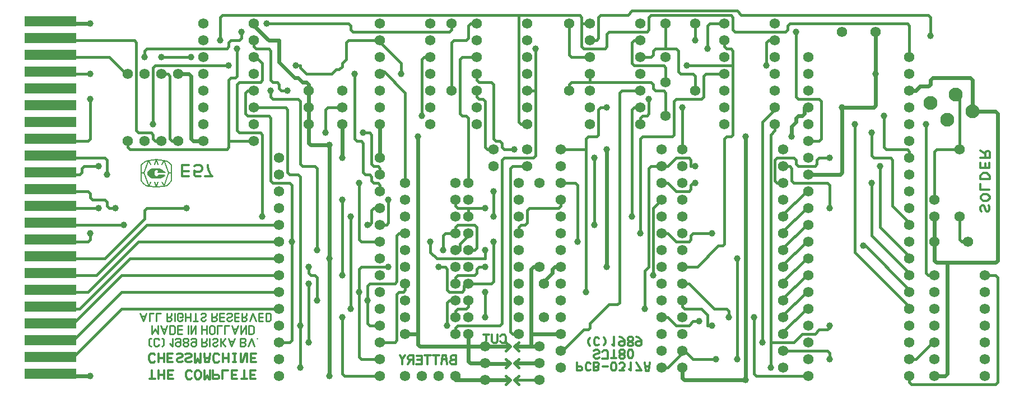
<source format=gbr>
%FSLAX34Y34*%
%MOMM*%
%LNCOPPER_BOTTOM*%
G71*
G01*
%ADD10C,1.560*%
%ADD11C,2.100*%
%ADD12C,1.000*%
%ADD13C,0.630*%
%ADD14C,0.400*%
%ADD15R,7.800X1.600*%
%ADD16C,0.300*%
%ADD17C,0.350*%
%ADD18C,0.100*%
%ADD19C,0.150*%
%ADD20C,0.222*%
%LPD*%
X279400Y939800D02*
G54D10*
D03*
X279400Y965200D02*
G54D10*
D03*
X279400Y914400D02*
G54D10*
D03*
X279400Y889000D02*
G54D10*
D03*
X279400Y863600D02*
G54D10*
D03*
X279400Y838200D02*
G54D10*
D03*
X279400Y812800D02*
G54D10*
D03*
X279400Y787400D02*
G54D10*
D03*
X355600Y939800D02*
G54D10*
D03*
X355600Y965200D02*
G54D10*
D03*
X355600Y914400D02*
G54D10*
D03*
X355600Y889000D02*
G54D10*
D03*
X355600Y863600D02*
G54D10*
D03*
X355600Y838200D02*
G54D10*
D03*
X355600Y812800D02*
G54D10*
D03*
X355600Y787400D02*
G54D10*
D03*
X546100Y939800D02*
G54D10*
D03*
X546100Y965200D02*
G54D10*
D03*
X546100Y914400D02*
G54D10*
D03*
X546100Y889000D02*
G54D10*
D03*
X546100Y863600D02*
G54D10*
D03*
X546100Y838200D02*
G54D10*
D03*
X546100Y812800D02*
G54D10*
D03*
X622300Y939800D02*
G54D10*
D03*
X622300Y965200D02*
G54D10*
D03*
X622300Y914400D02*
G54D10*
D03*
X622300Y889000D02*
G54D10*
D03*
X622300Y863600D02*
G54D10*
D03*
X622300Y838200D02*
G54D10*
D03*
X622300Y812800D02*
G54D10*
D03*
X863600Y939800D02*
G54D10*
D03*
X863600Y965200D02*
G54D10*
D03*
X863600Y914400D02*
G54D10*
D03*
X863600Y889000D02*
G54D10*
D03*
X863600Y863600D02*
G54D10*
D03*
X863600Y838200D02*
G54D10*
D03*
X863600Y812800D02*
G54D10*
D03*
X939800Y939800D02*
G54D10*
D03*
X939800Y965200D02*
G54D10*
D03*
X939800Y914400D02*
G54D10*
D03*
X939800Y889000D02*
G54D10*
D03*
X939800Y863600D02*
G54D10*
D03*
X939800Y838200D02*
G54D10*
D03*
X939800Y812800D02*
G54D10*
D03*
X692150Y939800D02*
G54D10*
D03*
X692150Y965200D02*
G54D10*
D03*
X692150Y914400D02*
G54D10*
D03*
X692150Y889000D02*
G54D10*
D03*
X692150Y863600D02*
G54D10*
D03*
X692150Y838200D02*
G54D10*
D03*
X692150Y812800D02*
G54D10*
D03*
X768350Y939800D02*
G54D10*
D03*
X768350Y965200D02*
G54D10*
D03*
X768350Y914400D02*
G54D10*
D03*
X768350Y889000D02*
G54D10*
D03*
X768350Y863600D02*
G54D10*
D03*
X768350Y838200D02*
G54D10*
D03*
X768350Y812800D02*
G54D10*
D03*
X393700Y762000D02*
G54D10*
D03*
X393700Y736600D02*
G54D10*
D03*
X393700Y711200D02*
G54D10*
D03*
X393700Y685800D02*
G54D10*
D03*
X393700Y660400D02*
G54D10*
D03*
X393700Y635000D02*
G54D10*
D03*
X393700Y609600D02*
G54D10*
D03*
X393700Y584200D02*
G54D10*
D03*
X393700Y558800D02*
G54D10*
D03*
X393700Y533400D02*
G54D10*
D03*
X393700Y508000D02*
G54D10*
D03*
X393700Y482600D02*
G54D10*
D03*
X393700Y457200D02*
G54D10*
D03*
X393700Y431800D02*
G54D10*
D03*
X546100Y762000D02*
G54D10*
D03*
X546100Y736600D02*
G54D10*
D03*
X546100Y711200D02*
G54D10*
D03*
X546100Y685800D02*
G54D10*
D03*
X546100Y660400D02*
G54D10*
D03*
X546100Y635000D02*
G54D10*
D03*
X546100Y609600D02*
G54D10*
D03*
X546100Y584200D02*
G54D10*
D03*
X546100Y558800D02*
G54D10*
D03*
X546100Y533400D02*
G54D10*
D03*
X546100Y508000D02*
G54D10*
D03*
X546100Y482600D02*
G54D10*
D03*
X546100Y457200D02*
G54D10*
D03*
X546100Y431800D02*
G54D10*
D03*
X584200Y723900D02*
G54D10*
D03*
X584200Y698500D02*
G54D10*
D03*
X584200Y673100D02*
G54D10*
D03*
X584200Y647700D02*
G54D10*
D03*
X584200Y622300D02*
G54D10*
D03*
X584200Y596900D02*
G54D10*
D03*
X584200Y571500D02*
G54D10*
D03*
X584200Y546100D02*
G54D10*
D03*
X584200Y520700D02*
G54D10*
D03*
X584200Y495300D02*
G54D10*
D03*
X660400Y723900D02*
G54D10*
D03*
X660400Y698500D02*
G54D10*
D03*
X660400Y673100D02*
G54D10*
D03*
X660400Y647700D02*
G54D10*
D03*
X660400Y622300D02*
G54D10*
D03*
X660400Y596900D02*
G54D10*
D03*
X660400Y571500D02*
G54D10*
D03*
X660400Y546100D02*
G54D10*
D03*
X660400Y520700D02*
G54D10*
D03*
X660400Y495300D02*
G54D10*
D03*
X679450Y723900D02*
G54D10*
D03*
X679450Y698500D02*
G54D10*
D03*
X679450Y673100D02*
G54D10*
D03*
X679450Y647700D02*
G54D10*
D03*
X679450Y622300D02*
G54D10*
D03*
X679450Y596900D02*
G54D10*
D03*
X679450Y571500D02*
G54D10*
D03*
X679450Y546100D02*
G54D10*
D03*
X679450Y520700D02*
G54D10*
D03*
X679450Y495300D02*
G54D10*
D03*
X755650Y723900D02*
G54D10*
D03*
X755650Y698500D02*
G54D10*
D03*
X755650Y673100D02*
G54D10*
D03*
X755650Y647700D02*
G54D10*
D03*
X755650Y622300D02*
G54D10*
D03*
X755650Y596900D02*
G54D10*
D03*
X755650Y571500D02*
G54D10*
D03*
X755650Y546100D02*
G54D10*
D03*
X755650Y520700D02*
G54D10*
D03*
X755650Y495300D02*
G54D10*
D03*
X819150Y774700D02*
G54D10*
D03*
X819150Y749300D02*
G54D10*
D03*
X819150Y723900D02*
G54D10*
D03*
X819150Y698500D02*
G54D10*
D03*
X819150Y673100D02*
G54D10*
D03*
X819150Y647700D02*
G54D10*
D03*
X819150Y622300D02*
G54D10*
D03*
X819150Y596900D02*
G54D10*
D03*
X819150Y571500D02*
G54D10*
D03*
X819150Y546100D02*
G54D10*
D03*
X819150Y520700D02*
G54D10*
D03*
X819150Y495300D02*
G54D10*
D03*
X819150Y469900D02*
G54D10*
D03*
X819150Y444500D02*
G54D10*
D03*
X971550Y774700D02*
G54D10*
D03*
X971550Y749300D02*
G54D10*
D03*
X971550Y723900D02*
G54D10*
D03*
X971550Y698500D02*
G54D10*
D03*
X971550Y673100D02*
G54D10*
D03*
X971550Y647700D02*
G54D10*
D03*
X971550Y622300D02*
G54D10*
D03*
X971550Y596900D02*
G54D10*
D03*
X971550Y571500D02*
G54D10*
D03*
X971550Y546100D02*
G54D10*
D03*
X971550Y520700D02*
G54D10*
D03*
X971550Y495300D02*
G54D10*
D03*
X971550Y469900D02*
G54D10*
D03*
X971550Y444500D02*
G54D10*
D03*
X1003300Y774700D02*
G54D10*
D03*
X1003300Y749300D02*
G54D10*
D03*
X1003300Y723900D02*
G54D10*
D03*
X1003300Y698500D02*
G54D10*
D03*
X1003300Y673100D02*
G54D10*
D03*
X1003300Y647700D02*
G54D10*
D03*
X1003300Y622300D02*
G54D10*
D03*
X1003300Y596900D02*
G54D10*
D03*
X1003300Y571500D02*
G54D10*
D03*
X1003300Y546100D02*
G54D10*
D03*
X1003300Y520700D02*
G54D10*
D03*
X1003300Y495300D02*
G54D10*
D03*
X1003300Y469900D02*
G54D10*
D03*
X1003300Y444500D02*
G54D10*
D03*
X1155700Y774700D02*
G54D10*
D03*
X1155700Y749300D02*
G54D10*
D03*
X1155700Y723900D02*
G54D10*
D03*
X1155700Y698500D02*
G54D10*
D03*
X1155700Y673100D02*
G54D10*
D03*
X1155700Y647700D02*
G54D10*
D03*
X1155700Y622300D02*
G54D10*
D03*
X1155700Y596900D02*
G54D10*
D03*
X1155700Y571500D02*
G54D10*
D03*
X1155700Y546100D02*
G54D10*
D03*
X1155700Y520700D02*
G54D10*
D03*
X1155700Y495300D02*
G54D10*
D03*
X1155700Y469900D02*
G54D10*
D03*
X1155700Y444500D02*
G54D10*
D03*
X1066800Y939800D02*
G54D10*
D03*
X1066800Y965200D02*
G54D10*
D03*
X1066800Y914400D02*
G54D10*
D03*
X1066800Y889000D02*
G54D10*
D03*
X1066800Y863600D02*
G54D10*
D03*
X1066800Y838200D02*
G54D10*
D03*
X1066800Y812800D02*
G54D10*
D03*
X1143000Y939800D02*
G54D10*
D03*
X1143000Y965200D02*
G54D10*
D03*
X1143000Y914400D02*
G54D10*
D03*
X1143000Y889000D02*
G54D10*
D03*
X1143000Y863600D02*
G54D10*
D03*
X1143000Y838200D02*
G54D10*
D03*
X1143000Y812800D02*
G54D10*
D03*
X1193800Y914400D02*
G54D10*
D03*
X1193800Y889000D02*
G54D10*
D03*
X1193800Y863600D02*
G54D10*
D03*
X1193800Y838200D02*
G54D10*
D03*
X1193800Y812800D02*
G54D10*
D03*
X1193800Y787400D02*
G54D10*
D03*
X1193800Y762000D02*
G54D10*
D03*
X1193800Y736600D02*
G54D10*
D03*
X1193800Y711200D02*
G54D10*
D03*
X1193800Y685800D02*
G54D10*
D03*
X1193800Y660400D02*
G54D10*
D03*
X1193800Y635000D02*
G54D10*
D03*
X1193800Y609600D02*
G54D10*
D03*
X1193800Y584200D02*
G54D10*
D03*
X1346200Y914400D02*
G54D10*
D03*
X1346200Y889000D02*
G54D10*
D03*
X1346200Y863600D02*
G54D10*
D03*
X1346200Y838200D02*
G54D10*
D03*
X1346200Y812800D02*
G54D10*
D03*
X1346200Y787400D02*
G54D10*
D03*
X1346200Y762000D02*
G54D10*
D03*
X1346200Y736600D02*
G54D10*
D03*
X1346200Y711200D02*
G54D10*
D03*
X1346200Y685800D02*
G54D10*
D03*
X1346200Y660400D02*
G54D10*
D03*
X1346200Y635000D02*
G54D10*
D03*
X1346200Y609600D02*
G54D10*
D03*
X1346200Y584200D02*
G54D10*
D03*
X1193800Y558800D02*
G54D10*
D03*
X1193800Y533400D02*
G54D10*
D03*
X1193800Y508000D02*
G54D10*
D03*
X1193800Y482600D02*
G54D10*
D03*
X1193800Y457200D02*
G54D10*
D03*
X1193800Y431800D02*
G54D10*
D03*
X1346200Y558800D02*
G54D10*
D03*
X1346200Y533400D02*
G54D10*
D03*
X1346200Y508000D02*
G54D10*
D03*
X1346200Y482600D02*
G54D10*
D03*
X1346200Y457200D02*
G54D10*
D03*
X1346200Y431800D02*
G54D10*
D03*
X1384300Y584200D02*
G54D10*
D03*
X1384300Y558800D02*
G54D10*
D03*
X1384300Y533400D02*
G54D10*
D03*
X1384300Y508000D02*
G54D10*
D03*
X1384300Y482600D02*
G54D10*
D03*
X1384300Y457200D02*
G54D10*
D03*
X1384300Y431800D02*
G54D10*
D03*
X1460500Y584200D02*
G54D10*
D03*
X1460500Y558800D02*
G54D10*
D03*
X1460500Y533400D02*
G54D10*
D03*
X1460500Y508000D02*
G54D10*
D03*
X1460500Y482600D02*
G54D10*
D03*
X1460500Y457200D02*
G54D10*
D03*
X1460500Y431800D02*
G54D10*
D03*
X165100Y889000D02*
G54D10*
D03*
X190500Y889000D02*
G54D10*
D03*
X215900Y889000D02*
G54D10*
D03*
X241300Y889000D02*
G54D10*
D03*
X165100Y787400D02*
G54D10*
D03*
X190500Y787400D02*
G54D10*
D03*
X215900Y787400D02*
G54D10*
D03*
X241300Y787400D02*
G54D10*
D03*
X438150Y863600D02*
G54D10*
D03*
X438150Y838200D02*
G54D10*
D03*
X438150Y812800D02*
G54D10*
D03*
X488950Y812800D02*
G54D10*
D03*
X488950Y838200D02*
G54D10*
D03*
X488950Y863600D02*
G54D10*
D03*
X654050Y965200D02*
G54D10*
D03*
X654050Y863600D02*
G54D10*
D03*
X831850Y965200D02*
G54D10*
D03*
X831850Y863600D02*
G54D10*
D03*
X977900Y965200D02*
G54D10*
D03*
X1022350Y965200D02*
G54D10*
D03*
X977900Y914400D02*
G54D10*
D03*
X977900Y876300D02*
G54D10*
D03*
X1022350Y863600D02*
G54D10*
D03*
X977900Y825500D02*
G54D10*
D03*
X717550Y774700D02*
G54D10*
D03*
X717550Y749300D02*
G54D10*
D03*
X768350Y774700D02*
G54D10*
D03*
X768350Y749300D02*
G54D10*
D03*
X787400Y723900D02*
G54D10*
D03*
X787400Y596900D02*
G54D10*
D03*
X793750Y571500D02*
G54D10*
D03*
X1244600Y952500D02*
G54D10*
D03*
X1295400Y952500D02*
G54D10*
D03*
X1422400Y774700D02*
G54D10*
D03*
X1384300Y698500D02*
G54D10*
D03*
X1384300Y673100D02*
G54D10*
D03*
X1422400Y673100D02*
G54D10*
D03*
X1435100Y635000D02*
G54D10*
D03*
X1384300Y635000D02*
G54D10*
D03*
X793750Y520700D02*
G54D10*
D03*
X787400Y476250D02*
G54D10*
D03*
X787400Y450850D02*
G54D10*
D03*
X787400Y425450D02*
G54D10*
D03*
X704850Y425450D02*
G54D10*
D03*
X704850Y450850D02*
G54D10*
D03*
X704850Y476250D02*
G54D10*
D03*
X660400Y431800D02*
G54D10*
D03*
X635000Y431800D02*
G54D10*
D03*
X609600Y431800D02*
G54D10*
D03*
X584200Y431800D02*
G54D10*
D03*
X1416050Y857250D02*
G54D11*
D03*
X1377950Y844550D02*
G54D11*
D03*
X1441450Y831850D02*
G54D11*
D03*
X1403350Y819150D02*
G54D11*
D03*
X190500Y914400D02*
G54D12*
D03*
X215900Y914400D02*
G54D12*
D03*
X260350Y914400D02*
G54D12*
D03*
X107950Y889000D02*
G54D12*
D03*
X107950Y965200D02*
G54D12*
D03*
X304800Y939800D02*
G54D12*
D03*
X317500Y901700D02*
G54D12*
D03*
X107950Y850900D02*
G54D12*
D03*
X203200Y812800D02*
G54D12*
D03*
X120650Y749300D02*
G54D12*
D03*
X133350Y736600D02*
G54D12*
D03*
X120650Y685800D02*
G54D12*
D03*
X146050Y685800D02*
G54D12*
D03*
X254000Y685800D02*
G54D12*
D03*
X107950Y647700D02*
G54D12*
D03*
X158750Y660400D02*
G54D12*
D03*
X368300Y673100D02*
G54D12*
D03*
X488950Y698500D02*
G54D12*
D03*
X514350Y723900D02*
G54D12*
D03*
X488950Y762000D02*
G54D12*
D03*
X469900Y781050D02*
G54D12*
D03*
X463550Y800100D02*
G54D12*
D03*
X520700Y800100D02*
G54D12*
D03*
X558800Y698500D02*
G54D12*
D03*
X527050Y660400D02*
G54D12*
D03*
X501650Y673100D02*
G54D12*
D03*
X469900Y609600D02*
G54D12*
D03*
X450850Y622300D02*
G54D12*
D03*
X412750Y635000D02*
G54D12*
D03*
X438150Y596900D02*
G54D12*
D03*
X438150Y571500D02*
G54D12*
D03*
X488950Y584200D02*
G54D12*
D03*
X514350Y558800D02*
G54D12*
D03*
X527050Y546100D02*
G54D12*
D03*
X450850Y546100D02*
G54D12*
D03*
X501650Y533400D02*
G54D12*
D03*
X488950Y520700D02*
G54D12*
D03*
X425450Y508000D02*
G54D12*
D03*
X438150Y482600D02*
G54D12*
D03*
X425450Y444500D02*
G54D12*
D03*
X469900Y431800D02*
G54D12*
D03*
X647700Y508000D02*
G54D12*
D03*
X558800Y596900D02*
G54D12*
D03*
X635000Y596900D02*
G54D12*
D03*
X641350Y622300D02*
G54D12*
D03*
X622300Y635000D02*
G54D12*
D03*
X704850Y520700D02*
G54D12*
D03*
X704850Y558800D02*
G54D12*
D03*
X704850Y596900D02*
G54D12*
D03*
X704850Y622300D02*
G54D12*
D03*
X717550Y635000D02*
G54D12*
D03*
X717550Y673100D02*
G54D12*
D03*
X704850Y685800D02*
G54D12*
D03*
X717550Y711200D02*
G54D12*
D03*
X749300Y774700D02*
G54D12*
D03*
X869950Y762000D02*
G54D12*
D03*
X889000Y774700D02*
G54D12*
D03*
X939800Y647700D02*
G54D12*
D03*
X927100Y673100D02*
G54D12*
D03*
X869950Y660400D02*
G54D12*
D03*
X844550Y635000D02*
G54D12*
D03*
X889000Y596900D02*
G54D12*
D03*
X857250Y558800D02*
G54D12*
D03*
X603250Y793750D02*
G54D12*
D03*
X609600Y825500D02*
G54D12*
D03*
X107950Y431800D02*
G54D12*
D03*
X330200Y927100D02*
G54D12*
D03*
X336550Y952500D02*
G54D12*
D03*
X374650Y965200D02*
G54D12*
D03*
X381000Y863600D02*
G54D12*
D03*
X406400Y863600D02*
G54D12*
D03*
X419100Y901700D02*
G54D12*
D03*
X508000Y889000D02*
G54D12*
D03*
X577850Y889000D02*
G54D12*
D03*
X781050Y927100D02*
G54D12*
D03*
X889000Y838200D02*
G54D12*
D03*
X1022350Y939800D02*
G54D12*
D03*
X1041400Y927100D02*
G54D12*
D03*
X1009650Y901700D02*
G54D12*
D03*
X952500Y850900D02*
G54D12*
D03*
X1003300Y838200D02*
G54D12*
D03*
X1098550Y793750D02*
G54D12*
D03*
X1130300Y901700D02*
G54D12*
D03*
X1174750Y952500D02*
G54D12*
D03*
X1377950Y946150D02*
G54D12*
D03*
X1295400Y889000D02*
G54D12*
D03*
X1244600Y838200D02*
G54D12*
D03*
X1263650Y812800D02*
G54D12*
D03*
X1308100Y825500D02*
G54D12*
D03*
X1289050Y800100D02*
G54D12*
D03*
X1168400Y793750D02*
G54D12*
D03*
X1371600Y812800D02*
G54D12*
D03*
X1301750Y749300D02*
G54D12*
D03*
X1289050Y723900D02*
G54D12*
D03*
X1225550Y762000D02*
G54D12*
D03*
X1225550Y685800D02*
G54D12*
D03*
X1276350Y628650D02*
G54D12*
D03*
X1047750Y647700D02*
G54D12*
D03*
X1085850Y609600D02*
G54D12*
D03*
X1022350Y723900D02*
G54D12*
D03*
X1022350Y749300D02*
G54D12*
D03*
X958850Y584200D02*
G54D12*
D03*
X946150Y533400D02*
G54D12*
D03*
X1028700Y514350D02*
G54D12*
D03*
X1047750Y508000D02*
G54D12*
D03*
X1073150Y520700D02*
G54D12*
D03*
X1111250Y520700D02*
G54D12*
D03*
X1225550Y508000D02*
G54D12*
D03*
X1054100Y457200D02*
G54D12*
D03*
X1085850Y457200D02*
G54D12*
D03*
X1098550Y425450D02*
G54D12*
D03*
X1136650Y444500D02*
G54D12*
D03*
X1123950Y482600D02*
G54D12*
D03*
X1225550Y457200D02*
G54D12*
D03*
G54D13*
X107950Y431800D02*
X69850Y431800D01*
G54D13*
X739775Y476250D02*
X679450Y476250D01*
X679450Y495300D01*
G54D13*
X679450Y495300D02*
X679450Y454025D01*
X682625Y450850D01*
X739636Y450551D01*
G54D13*
X738776Y425407D02*
X660400Y425450D01*
X660400Y431800D01*
G54D13*
X787400Y450850D02*
X752469Y450850D01*
G54D13*
X787400Y476250D02*
X753907Y476250D01*
G54D13*
X774700Y476250D02*
X774700Y495300D01*
X819150Y495300D01*
G54D13*
X774700Y495300D02*
X774700Y593725D01*
X777875Y596900D01*
X787400Y596900D01*
G54D13*
X793750Y571500D02*
X793750Y574675D01*
X806450Y587375D01*
X806450Y593725D01*
X809625Y596900D01*
X819150Y596900D01*
G54D13*
X889000Y596900D02*
X889000Y774700D01*
G54D13*
X1098550Y793750D02*
X1098550Y425450D01*
X1006475Y425450D01*
X1003300Y428625D01*
X1003300Y444500D01*
G54D13*
X1346200Y863600D02*
X1355725Y863600D01*
X1362075Y869950D01*
X1374775Y869950D01*
X1377950Y873125D01*
X1377950Y879475D01*
X1381125Y882650D01*
X1438275Y882650D01*
X1441450Y879475D01*
X1441450Y831850D01*
X1476375Y831850D01*
X1479550Y828675D01*
X1479550Y606425D01*
X1476375Y603250D01*
X1387475Y603250D01*
X1384300Y606425D01*
X1384300Y673100D01*
G54D13*
X1403350Y603250D02*
X1403350Y434975D01*
X1400175Y431800D01*
X1384300Y431800D01*
G54D13*
X1168400Y793750D02*
X1168400Y809625D01*
X1174750Y815975D01*
X1174750Y822325D01*
X1177925Y825500D01*
X1184275Y825500D01*
X1187450Y828675D01*
X1187450Y838200D01*
X1193800Y838200D01*
G54D13*
X1295400Y952500D02*
X1295400Y841375D01*
X1292225Y838200D01*
X1244600Y838200D01*
X1244600Y739775D01*
X1241425Y736600D01*
X1193800Y736600D01*
G54D13*
X279400Y787400D02*
X263525Y787400D01*
X260350Y790575D01*
X260350Y885825D01*
X257175Y889000D01*
X241300Y889000D01*
G54D13*
X355600Y965200D02*
X355600Y962025D01*
X377825Y939800D01*
X393700Y939800D01*
X393700Y906462D01*
X417512Y882650D01*
X422275Y882650D01*
X428625Y876300D01*
X434975Y876300D01*
X438150Y873125D01*
X438150Y863600D01*
X438150Y784225D01*
X441325Y781050D01*
X469900Y781050D01*
X469900Y431800D01*
G54D13*
X546100Y812800D02*
X546100Y762000D01*
G54D13*
X603250Y793750D02*
X603250Y495300D01*
X584200Y495300D01*
G54D13*
X603250Y495300D02*
X603250Y479425D01*
X606425Y476250D01*
X679450Y476250D01*
G54D13*
X107950Y965200D02*
X69850Y965200D01*
G54D14*
X69850Y939800D02*
X174625Y939800D01*
X177800Y936625D01*
X177800Y803275D01*
X180975Y800100D01*
X200025Y800100D01*
X203200Y796925D01*
X203200Y790575D01*
X206375Y787400D01*
X215900Y787400D01*
G54D14*
X203200Y812800D02*
X203200Y898525D01*
X206375Y901700D01*
X317500Y901700D01*
G54D14*
X336550Y952500D02*
X336550Y942975D01*
X333375Y939800D01*
X320675Y939800D01*
X317500Y936625D01*
X317500Y930275D01*
X314325Y927100D01*
X193675Y927100D01*
X190500Y923925D01*
X190500Y914400D01*
G54D14*
X215900Y914400D02*
X260350Y914400D01*
G54D14*
X215900Y889000D02*
X225425Y889000D01*
X228600Y885825D01*
X228600Y790575D01*
X231775Y787400D01*
X241300Y787400D01*
G54D14*
X165100Y787400D02*
X165100Y777875D01*
X168275Y774700D01*
X314325Y774700D01*
X317500Y777875D01*
X317500Y879475D01*
X320675Y882650D01*
X327025Y882650D01*
X330200Y885825D01*
X330200Y927100D01*
G54D14*
X355600Y787400D02*
X317500Y787400D01*
G54D14*
X107950Y850900D02*
X107950Y790575D01*
X104775Y787400D01*
X69850Y787400D01*
G54D14*
X107950Y889000D02*
X69850Y889000D01*
G54D14*
X69850Y914400D02*
X136525Y914400D01*
X160338Y890588D01*
X165100Y889000D01*
G54D14*
X304800Y939800D02*
X304800Y974725D01*
X307975Y977900D01*
X755650Y977900D01*
X755650Y815975D01*
X758825Y812800D01*
X768350Y812800D01*
G54D14*
X755650Y977900D02*
X847725Y977900D01*
X850900Y974725D01*
X850900Y965200D01*
X863600Y965200D01*
G54D14*
X850900Y965200D02*
X850900Y930275D01*
X854075Y927100D01*
X885825Y927100D01*
X889000Y930275D01*
X889000Y949325D01*
X892175Y952500D01*
X949325Y952500D01*
X952500Y955675D01*
X952500Y974725D01*
X955675Y977900D01*
X1076325Y977900D01*
X1079500Y974725D01*
X1079500Y955675D01*
X1082675Y952500D01*
X1158875Y952500D01*
X1162050Y955675D01*
X1162050Y962025D01*
X1165225Y965200D01*
X1343025Y965200D01*
X1346200Y962025D01*
X1346200Y914400D01*
G54D14*
X1193800Y787400D02*
X1209675Y787400D01*
X1212850Y790575D01*
X1212850Y847725D01*
X1209675Y850900D01*
X1177925Y850900D01*
X1174750Y854075D01*
X1174750Y952500D01*
G54D14*
X1143000Y939800D02*
X1133475Y939800D01*
X1130300Y936625D01*
X1130300Y901700D01*
G54D14*
X1066800Y965200D02*
X1044575Y965200D01*
X1041400Y962025D01*
X1041400Y927100D01*
G54D14*
X1066800Y939800D02*
X1066800Y930275D01*
X1069975Y927100D01*
X1076325Y927100D01*
X1079500Y923925D01*
X1079500Y796925D01*
X1076325Y793750D01*
X1069975Y793750D01*
X1066800Y790575D01*
X1066800Y631825D01*
X1063625Y628650D01*
X1057275Y628650D01*
X1025525Y596900D01*
X1003300Y596900D01*
G54D14*
X1047750Y647700D02*
X1019175Y647700D01*
X1016000Y644525D01*
X1016000Y638175D01*
X1012825Y635000D01*
X993775Y635000D01*
X981075Y647700D01*
X971550Y647700D01*
G54D14*
X1022350Y723900D02*
X1019175Y723900D01*
X1016000Y720725D01*
X1016000Y714375D01*
X1012825Y711200D01*
X993775Y711200D01*
X981075Y723900D01*
X971550Y723900D01*
G54D14*
X971550Y749300D02*
X981075Y749300D01*
X993775Y762000D01*
X1012825Y762000D01*
X1016000Y758825D01*
X1016000Y749300D01*
X1022350Y749300D01*
G54D14*
X1003300Y774700D02*
X1003300Y838200D01*
G54D14*
X1066800Y889000D02*
X1038225Y889000D01*
X1035050Y885825D01*
X1035050Y854075D01*
X1031875Y850900D01*
X993775Y850900D01*
X990600Y847725D01*
X990600Y796925D01*
X987425Y793750D01*
X942975Y793750D01*
X939800Y790575D01*
X939800Y647700D01*
G54D14*
X927100Y673100D02*
X927100Y835025D01*
X930275Y838200D01*
X939800Y838200D01*
G54D14*
X952500Y850900D02*
X952500Y828675D01*
X949325Y825500D01*
X942975Y825500D01*
X939800Y822325D01*
X939800Y812800D01*
G54D14*
X939800Y863600D02*
X911225Y863600D01*
X908050Y860425D01*
X908050Y542925D01*
X904875Y539750D01*
X892175Y539750D01*
X863600Y511175D01*
X863600Y504825D01*
X860425Y501650D01*
X854075Y501650D01*
X825500Y473075D01*
X819150Y469900D01*
G54D14*
X857250Y558800D02*
X857250Y774700D01*
X819150Y774700D01*
G54D14*
X857250Y774700D02*
X857250Y790575D01*
X860425Y793750D01*
X873125Y793750D01*
X876300Y796925D01*
X876300Y835025D01*
X879475Y838200D01*
X889000Y838200D01*
G54D14*
X749300Y774700D02*
X733425Y774700D01*
X730250Y777875D01*
X730250Y784225D01*
X727075Y787400D01*
X720725Y787400D01*
X717550Y790575D01*
X717550Y873125D01*
X714375Y876300D01*
X695325Y876300D01*
X692150Y879475D01*
X692150Y889000D01*
G54D14*
X717550Y774700D02*
X708025Y774700D01*
X704850Y777875D01*
X704850Y847725D01*
X701675Y850900D01*
X695325Y850900D01*
X692150Y854075D01*
X692150Y863600D01*
G54D14*
X679450Y723900D02*
X679450Y822325D01*
X676275Y825500D01*
X669925Y825500D01*
X666750Y828675D01*
X666750Y911225D01*
X669925Y914400D01*
X692150Y914400D01*
G54D14*
X654050Y863600D02*
X654050Y936625D01*
X657225Y939800D01*
X676275Y939800D01*
X679450Y942975D01*
X679450Y962025D01*
X682625Y965200D01*
X692150Y965200D01*
G54D14*
X654050Y965200D02*
X654050Y955675D01*
X650875Y952500D01*
X504825Y952500D01*
X501650Y955675D01*
X501650Y962025D01*
X498475Y965200D01*
X374650Y965200D01*
G54D14*
X419100Y901700D02*
X425450Y901700D01*
X425450Y898525D01*
X434975Y889000D01*
X473075Y889000D01*
X479425Y895350D01*
X484188Y895350D01*
X488950Y900112D01*
X488950Y904875D01*
X495300Y911225D01*
X495300Y936625D01*
X498475Y939800D01*
X546100Y939800D01*
X549275Y933450D01*
X577850Y904875D01*
X577850Y889000D01*
G54D14*
X546100Y892175D02*
X552450Y892175D01*
X584200Y860425D01*
X584200Y727075D01*
G54D14*
X546100Y736600D02*
X546100Y746125D01*
X542925Y749300D01*
X536575Y749300D01*
X533400Y752475D01*
X533400Y796925D01*
X530225Y800100D01*
X520700Y800100D01*
G54D14*
X508000Y889000D02*
X508000Y790575D01*
X511175Y787400D01*
X517525Y787400D01*
X520700Y784225D01*
X520700Y739775D01*
X523875Y736600D01*
X530225Y736600D01*
X533400Y733425D01*
X533400Y727075D01*
X536575Y723900D01*
X542925Y723900D01*
X546100Y720725D01*
X546100Y711200D01*
G54D14*
X558800Y698500D02*
X558800Y663575D01*
X555625Y660400D01*
X546100Y660400D01*
G54D14*
X546100Y685800D02*
X536575Y685800D01*
X533400Y682625D01*
X533400Y663575D01*
X530225Y660400D01*
X527050Y660400D01*
G54D14*
X514350Y723900D02*
X514350Y638175D01*
X517525Y635000D01*
X546100Y635000D01*
G54D14*
X463550Y800100D02*
X463550Y835025D01*
X466725Y838200D01*
X488950Y838200D01*
G54D13*
X488950Y812800D02*
X488950Y762000D01*
G54D14*
X406400Y863600D02*
X396875Y863600D01*
X393700Y866775D01*
X393700Y873125D01*
X390525Y876300D01*
X384175Y876300D01*
X381000Y879475D01*
X381000Y923925D01*
X377825Y927100D01*
X358775Y927100D01*
X355600Y930275D01*
X355600Y939800D01*
G54D14*
X355600Y914400D02*
X360362Y912812D01*
X368300Y904875D01*
X368300Y879475D01*
X365125Y876300D01*
X333375Y876300D01*
X330200Y873125D01*
X330200Y803275D01*
X333375Y800100D01*
X365125Y800100D01*
X368300Y796925D01*
X368300Y673100D01*
G54D14*
X381000Y863600D02*
X381000Y854075D01*
X384175Y850900D01*
X422275Y850900D01*
X425450Y847725D01*
X425450Y752475D01*
X428625Y749300D01*
X447675Y749300D01*
X450850Y746125D01*
X450850Y622300D01*
G54D14*
X355600Y838200D02*
X403225Y838200D01*
X406400Y835025D01*
X406400Y739775D01*
X409575Y736600D01*
X422275Y736600D01*
X425450Y733425D01*
X425450Y444500D01*
G54D14*
X438150Y482600D02*
X438150Y571500D01*
G54D14*
X450850Y546100D02*
X450850Y581025D01*
X447675Y584200D01*
X441325Y584200D01*
X438150Y587375D01*
X438150Y596900D01*
G54D14*
X393700Y482600D02*
X409575Y482600D01*
X412750Y485775D01*
X412750Y720725D01*
X409575Y723900D01*
X384175Y723900D01*
X381000Y727075D01*
X381000Y822325D01*
X377825Y825500D01*
X346075Y825500D01*
X342900Y828675D01*
X342900Y860425D01*
X346075Y863600D01*
X355600Y863600D01*
G54D14*
X488950Y584200D02*
X488950Y698500D01*
G54D14*
X501650Y673100D02*
X501650Y533400D01*
G54D14*
X488950Y520700D02*
X488950Y434975D01*
X492125Y431800D01*
X546100Y431800D01*
G54D14*
X558800Y596900D02*
X517525Y596900D01*
X514350Y593725D01*
X514350Y460375D01*
X517525Y457200D01*
X546100Y457200D01*
G54D14*
X546100Y508000D02*
X530225Y508000D01*
X527050Y511175D01*
X527050Y568325D01*
X530225Y571500D01*
X568325Y571500D01*
X571500Y574675D01*
X571500Y644525D01*
X574675Y647700D01*
X584200Y647700D01*
G54D14*
X584200Y571500D02*
X584200Y561975D01*
X581025Y558800D01*
X574675Y558800D01*
X571500Y555625D01*
X571500Y485775D01*
X568325Y482600D01*
X546100Y482600D01*
G54D14*
X622300Y635000D02*
X622300Y619125D01*
X631825Y609600D01*
X704850Y609600D01*
X704850Y622300D01*
G54D14*
X679450Y622300D02*
X688975Y622300D01*
X692150Y625475D01*
X692150Y657225D01*
X688975Y660400D01*
X663575Y660400D01*
X660400Y657225D01*
X660400Y647700D01*
X644525Y647700D01*
X641350Y644525D01*
X641350Y622300D01*
G54D14*
X660400Y622300D02*
X666750Y622300D01*
X666750Y631825D01*
X679450Y644525D01*
X679450Y647700D01*
G54D14*
X704850Y685800D02*
X663575Y685800D01*
X660400Y688975D01*
X660400Y698500D01*
G54D14*
X717550Y673100D02*
X717550Y711200D01*
G54D14*
X717550Y635000D02*
X717550Y574675D01*
X714375Y571500D01*
X679450Y571500D01*
X676275Y571500D01*
X673100Y568325D01*
X673100Y561975D01*
X669925Y558800D01*
X650875Y558800D01*
X647700Y561975D01*
X647700Y593725D01*
X644525Y596900D01*
X635000Y596900D01*
G54D14*
X704850Y596900D02*
X695325Y596900D01*
X692150Y593725D01*
X692150Y587375D01*
X688975Y584200D01*
X663575Y584200D01*
X660400Y581025D01*
X660400Y571500D01*
G54D14*
X660400Y546100D02*
X650875Y546100D01*
X647700Y542925D01*
X647700Y508000D01*
G54D14*
X660400Y520700D02*
X660400Y530225D01*
X663575Y533400D01*
X676275Y533400D01*
X679450Y536575D01*
X679450Y546100D01*
G54D14*
X660400Y495300D02*
X660400Y504825D01*
X663575Y508000D01*
X727075Y508000D01*
X730250Y511175D01*
X730250Y758825D01*
X733425Y762000D01*
X777875Y762000D01*
X781050Y765175D01*
X781050Y863600D01*
X768350Y863600D01*
G54D14*
X781050Y863600D02*
X781050Y927100D01*
G54D14*
X704850Y520700D02*
X704850Y558800D01*
G54D14*
X755650Y495300D02*
X746125Y495300D01*
X742950Y498475D01*
X742950Y746125D01*
X746125Y749300D01*
X768350Y749300D01*
G54D14*
X755650Y647700D02*
X755650Y657225D01*
X758825Y660400D01*
X765175Y660400D01*
X768350Y663575D01*
X768350Y682625D01*
X771525Y685800D01*
X815975Y685800D01*
X819150Y688975D01*
X819150Y698500D01*
G54D14*
X844550Y635000D02*
X844550Y720725D01*
X841375Y723900D01*
X819150Y723900D01*
G54D14*
X869950Y660400D02*
X869950Y762000D01*
G54D14*
X831850Y863600D02*
X831850Y873125D01*
X835025Y876300D01*
X863600Y876300D01*
X863600Y889000D01*
G54D14*
X863600Y876300D02*
X955675Y876300D01*
X958850Y873125D01*
X958850Y866775D01*
X962025Y863600D01*
X974725Y863600D01*
X977900Y860425D01*
X977900Y825500D01*
G54D14*
X1079500Y901700D02*
X1009650Y901700D01*
G54D14*
X1022350Y863600D02*
X1022350Y885825D01*
X1019175Y889000D01*
X1000125Y889000D01*
X996950Y892175D01*
X996950Y923925D01*
X993775Y927100D01*
X962025Y927100D01*
X958850Y923925D01*
X958850Y917575D01*
X955675Y914400D01*
X939800Y914400D01*
G54D14*
X977900Y927100D02*
X977900Y965200D01*
G54D14*
X939800Y939800D02*
X930275Y939800D01*
X927100Y936625D01*
X927100Y904875D01*
X930275Y901700D01*
X974725Y901700D01*
X977900Y898525D01*
X977900Y876300D01*
G54D14*
X863600Y914400D02*
X835025Y914400D01*
X831850Y917575D01*
X831850Y965200D01*
G54D14*
X863600Y939800D02*
X873125Y939800D01*
X876300Y942975D01*
X876300Y974725D01*
X879475Y977900D01*
X920750Y977900D01*
X927100Y984250D01*
X1085850Y984250D01*
X1092200Y977900D01*
X1374775Y977900D01*
X1377950Y974725D01*
X1377950Y946150D01*
G54D14*
X1143000Y838200D02*
X1143000Y835025D01*
X1123950Y815975D01*
X1123950Y482600D01*
G54D14*
X1085850Y609600D02*
X1085850Y457200D01*
G54D14*
X1054100Y457200D02*
X1019175Y457200D01*
X1006475Y469900D01*
X1003300Y469900D01*
X1003300Y466725D01*
X981075Y444500D01*
X971550Y444500D01*
G54D14*
X1028700Y514350D02*
X1019175Y514350D01*
X1012825Y508000D01*
X993775Y508000D01*
X981075Y520700D01*
X971550Y520700D01*
G54D14*
X1003300Y546100D02*
X1003300Y536575D01*
X1006475Y533400D01*
X1031875Y533400D01*
X1041400Y523875D01*
X1041400Y508000D01*
X1047750Y508000D01*
G54D14*
X1073150Y520700D02*
X1073150Y530225D01*
X1069975Y533400D01*
X1050925Y533400D01*
X1012825Y571500D01*
X1003300Y571500D01*
G54D14*
X946150Y533400D02*
X946150Y590550D01*
X952500Y596900D01*
X952500Y746125D01*
X955675Y749300D01*
X971550Y749300D01*
G54D14*
X971550Y698500D02*
X958850Y685800D01*
X958850Y584200D01*
G54D14*
X1111250Y520700D02*
X1111250Y434975D01*
X1114425Y431800D01*
X1193800Y431800D01*
G54D14*
X1136650Y444500D02*
X1136650Y482600D01*
X1171575Y482600D01*
X1184275Y495300D01*
X1203325Y495300D01*
X1209675Y501650D01*
X1222375Y501650D01*
X1225550Y504825D01*
X1225550Y508000D01*
G54D14*
X1225550Y457200D02*
X1225550Y466725D01*
X1222375Y469900D01*
X1155700Y469900D01*
G54D14*
X1136650Y482600D02*
X1136650Y796925D01*
X1143000Y803275D01*
X1143000Y812800D01*
G54D14*
X1155700Y723900D02*
X1146175Y723900D01*
X1143000Y727075D01*
X1143000Y758825D01*
X1146175Y762000D01*
X1171575Y762000D01*
X1174750Y758825D01*
X1174750Y752475D01*
X1177925Y749300D01*
X1203325Y749300D01*
X1206500Y752475D01*
X1206500Y758825D01*
X1209675Y762000D01*
X1225550Y762000D01*
G54D14*
X1155700Y749300D02*
X1165225Y749300D01*
X1168400Y746125D01*
X1168400Y727075D01*
X1171575Y723900D01*
X1222375Y723900D01*
X1225550Y720725D01*
X1225550Y685800D01*
G54D14*
X1193800Y711200D02*
X1190625Y711200D01*
X1155700Y676275D01*
X1155700Y673100D01*
G54D14*
X1193800Y685800D02*
X1190625Y685800D01*
X1155700Y650875D01*
X1155700Y647700D01*
G54D14*
X1193800Y660400D02*
X1190625Y660400D01*
X1155700Y625475D01*
X1155700Y622300D01*
G54D14*
X1155700Y596900D02*
X1155700Y600075D01*
X1190625Y635000D01*
X1193800Y635000D01*
G54D14*
X1193800Y609600D02*
X1190625Y609600D01*
X1155700Y574675D01*
X1155700Y571500D01*
G54D14*
X1193800Y584200D02*
X1190625Y584200D01*
X1155700Y549275D01*
X1155700Y546100D01*
G54D14*
X1193800Y558800D02*
X1190625Y558800D01*
X1155700Y523875D01*
X1155700Y520700D01*
G54D14*
X1193800Y533400D02*
X1190625Y533400D01*
X1155700Y498475D01*
X1155700Y495300D01*
G54D14*
X1346200Y457200D02*
X1355725Y457200D01*
X1381125Y482600D01*
X1384300Y482600D01*
G54D14*
X1346200Y533400D02*
X1346200Y536575D01*
X1263650Y619125D01*
X1263650Y812800D01*
G54D14*
X1289050Y800100D02*
X1289050Y765175D01*
X1292225Y762000D01*
X1317625Y762000D01*
X1320800Y758825D01*
X1320800Y688975D01*
X1346200Y663575D01*
X1346200Y660400D01*
G54D14*
X1301750Y749300D02*
X1301750Y657225D01*
X1346200Y612775D01*
X1346200Y609600D01*
G54D14*
X1289050Y723900D02*
X1289050Y644525D01*
X1346200Y587375D01*
X1346200Y584200D01*
G54D14*
X1279525Y628650D02*
X1346200Y561975D01*
X1346200Y558800D01*
G54D14*
X1371600Y812800D02*
X1371600Y587375D01*
X1374775Y584200D01*
X1384300Y584200D01*
G54D14*
X1422400Y673100D02*
X1422400Y638175D01*
X1425575Y635000D01*
X1435100Y635000D01*
G54D14*
X1308100Y825500D02*
X1308100Y777875D01*
X1311275Y774700D01*
X1343025Y774700D01*
X1346200Y771525D01*
X1346200Y762000D01*
G54D14*
X1416050Y857250D02*
X1422400Y850900D01*
X1422400Y774700D01*
X1387475Y774700D01*
X1384300Y771525D01*
X1384300Y698500D01*
G54D14*
X1460500Y584200D02*
X1476375Y584200D01*
X1479550Y581025D01*
X1479550Y422275D01*
X1476375Y419100D01*
X1349375Y419100D01*
X1346200Y422275D01*
X1346200Y431800D01*
G54D14*
X69850Y711200D02*
X104775Y711200D01*
X107950Y708025D01*
X107950Y701675D01*
X111125Y698500D01*
X130175Y698500D01*
X133350Y695325D01*
X133350Y688975D01*
X136525Y685800D01*
X146050Y685800D01*
G54D14*
X120650Y685800D02*
X69850Y685800D01*
G54D14*
X69850Y660400D02*
X158750Y660400D01*
G54D14*
X107950Y647700D02*
X107950Y638175D01*
X104775Y635000D01*
X69850Y635000D01*
G54D14*
X69850Y609600D02*
X130175Y609600D01*
X190500Y669925D01*
X190500Y682625D01*
X193675Y685800D01*
X254000Y685800D01*
G54D14*
X69850Y584200D02*
X117475Y584200D01*
X193675Y660400D01*
X393700Y660400D01*
G54D14*
X393700Y635000D02*
X180975Y635000D01*
X104775Y558800D01*
X69850Y558800D01*
G54D14*
X393700Y609600D02*
X168275Y609600D01*
X92075Y533400D01*
X69850Y533400D01*
G54D14*
X393700Y584200D02*
X155575Y584200D01*
X79375Y508000D01*
X69850Y508000D01*
G54D14*
X393700Y558800D02*
X155575Y558800D01*
X79375Y482600D01*
X69850Y482600D01*
G54D14*
X393700Y533400D02*
X155575Y533400D01*
X79375Y457200D01*
X69850Y457200D01*
G54D14*
X622300Y914400D02*
X612775Y914400D01*
X609600Y911225D01*
X609600Y825500D01*
G54D14*
X133350Y736600D02*
X133350Y758825D01*
X130175Y762000D01*
X69850Y762000D01*
G54D14*
X69850Y736600D02*
X92075Y736600D01*
X95250Y739775D01*
X95250Y746125D01*
X98425Y749300D01*
X120650Y749300D01*
X47625Y968375D02*
G54D15*
D03*
X47625Y942975D02*
G54D15*
D03*
X47625Y917575D02*
G54D15*
D03*
X47625Y892175D02*
G54D15*
D03*
X47625Y866775D02*
G54D15*
D03*
X47625Y841375D02*
G54D15*
D03*
X47625Y815975D02*
G54D15*
D03*
X47625Y790575D02*
G54D15*
D03*
X47625Y765175D02*
G54D15*
D03*
X47625Y739775D02*
G54D15*
D03*
X47625Y714375D02*
G54D15*
D03*
X47625Y688975D02*
G54D15*
D03*
X47625Y663575D02*
G54D15*
D03*
X47625Y638175D02*
G54D15*
D03*
X47625Y612775D02*
G54D15*
D03*
X47625Y587375D02*
G54D15*
D03*
X47625Y561975D02*
G54D15*
D03*
X47625Y536575D02*
G54D15*
D03*
X47625Y511175D02*
G54D15*
D03*
X47625Y485775D02*
G54D15*
D03*
X47625Y460375D02*
G54D15*
D03*
X47625Y434975D02*
G54D15*
D03*
G54D14*
X679450Y685800D02*
X679450Y673100D01*
G54D14*
X1022350Y965200D02*
X1022350Y939800D01*
G54D16*
X660797Y463153D02*
X660797Y449659D01*
X654050Y449659D01*
X652066Y450850D01*
X651613Y453231D01*
X652066Y454422D01*
X653217Y455110D01*
X654804Y455585D01*
X657011Y456167D01*
X658984Y456423D01*
X654844Y456406D01*
X653653Y457994D01*
X653228Y459262D01*
X653653Y461169D01*
X654447Y462359D01*
X655638Y463153D01*
X660797Y463153D01*
G54D16*
X647378Y449806D02*
X645765Y462879D01*
X640637Y462840D01*
X639297Y449825D01*
G54D16*
X640159Y456803D02*
X646426Y456876D01*
G54D16*
X626269Y462756D02*
X635455Y462803D01*
G54D16*
X630634Y449659D02*
X630649Y462576D01*
G54D16*
X601266Y462359D02*
X609600Y462359D01*
X609600Y449659D01*
X600869Y449659D01*
G54D16*
X608806Y456009D02*
X602456Y456009D01*
G54D16*
X596900Y449659D02*
X596900Y462756D01*
X590947Y462756D01*
X588169Y460375D01*
X588169Y457597D01*
X589756Y456406D01*
X596900Y456406D01*
G54D16*
X592534Y456406D02*
X588169Y449659D01*
G54D16*
X575866Y462756D02*
X579834Y457200D01*
X584200Y462756D01*
G54D16*
X579834Y457597D02*
X579834Y449659D01*
G54D16*
X613569Y462756D02*
X622755Y462803D01*
G54D16*
X617934Y449659D02*
X617949Y462576D01*
G54D14*
X787400Y425450D02*
X749300Y425450D01*
G54D14*
X749300Y425450D02*
X755650Y431800D01*
G54D14*
X749300Y425450D02*
X755650Y419100D01*
G54D14*
X749300Y450850D02*
X755650Y457200D01*
G54D14*
X749300Y450850D02*
X755650Y444500D01*
G54D14*
X749300Y476250D02*
X755650Y482600D01*
G54D14*
X749300Y476250D02*
X755650Y469900D01*
G54D14*
X742950Y450850D02*
X736600Y457200D01*
G54D14*
X742950Y450850D02*
X736600Y444500D01*
G54D14*
X736600Y431800D02*
X742950Y425450D01*
X736600Y419100D01*
G54D14*
X736600Y482600D02*
X742950Y476250D01*
X736600Y469900D01*
G54D16*
X727869Y492125D02*
X730250Y494506D01*
X734219Y494506D01*
X736600Y490538D01*
X736600Y485775D01*
X735012Y481806D01*
X730250Y481806D01*
X727869Y484188D01*
G54D16*
X723900Y494506D02*
X723900Y484188D01*
X721519Y481806D01*
X717550Y481806D01*
X715169Y484188D01*
X715169Y494506D01*
G54D16*
X702469Y494506D02*
X711200Y494506D01*
G54D16*
X706438Y494506D02*
X706438Y484981D01*
G54D17*
X261405Y438778D02*
X259817Y440365D01*
X255055Y440365D01*
X252674Y436396D01*
X252673Y430840D01*
X255055Y426872D01*
X259817Y426872D01*
X261405Y428459D01*
G54D17*
X280455Y440365D02*
X280455Y426872D01*
X282042Y426872D01*
X284936Y432556D01*
X287598Y426872D01*
X289186Y426872D01*
X289186Y440365D01*
G54D17*
X266167Y436396D02*
X266167Y430840D01*
X269342Y426872D01*
X272517Y426872D01*
X275692Y430840D01*
X275692Y436396D01*
X272517Y440365D01*
X269342Y440365D01*
X266167Y436396D01*
G54D17*
X293688Y440531D02*
X293688Y427831D01*
X294481Y427038D01*
X300831Y427038D01*
X302419Y428625D01*
X302419Y431800D01*
X300831Y433388D01*
X294481Y433388D01*
G54D17*
X307975Y427038D02*
X307975Y440531D01*
X316706Y440531D01*
G54D17*
X330200Y427038D02*
X322262Y427038D01*
X322262Y440531D01*
X330200Y440531D01*
G54D17*
X336550Y427038D02*
X345281Y427038D01*
G54D17*
X340519Y427038D02*
X340519Y440531D01*
G54D17*
X322262Y433388D02*
X328612Y433388D01*
G54D17*
X357981Y427038D02*
X350044Y427038D01*
X350044Y440531D01*
X357981Y440531D01*
G54D17*
X350044Y433388D02*
X356394Y433388D01*
G54D17*
X211138Y440531D02*
X211138Y427038D01*
X211138Y433388D01*
X219869Y433388D01*
X219869Y440531D01*
X219869Y427038D01*
G54D17*
X233362Y427038D02*
X225425Y427038D01*
X225425Y440531D01*
X233362Y440531D01*
G54D17*
X225425Y433388D02*
X231775Y433388D01*
G54D17*
X197644Y427038D02*
X206375Y427038D01*
G54D17*
X201612Y427038D02*
X201612Y440531D01*
G54D17*
X205842Y464178D02*
X204255Y465765D01*
X199492Y465765D01*
X197111Y461796D01*
X197111Y456240D01*
X199492Y452272D01*
X204255Y452272D01*
X205842Y453859D01*
G54D17*
X211138Y465931D02*
X211138Y452438D01*
X211138Y458788D01*
X219869Y458788D01*
X219869Y465931D01*
X219869Y452438D01*
G54D17*
X232569Y452438D02*
X224631Y452438D01*
X224631Y465931D01*
X232569Y465931D01*
G54D17*
X224631Y458788D02*
X230981Y458788D01*
G54D17*
X266167Y465765D02*
X266167Y452272D01*
X267754Y452272D01*
X270648Y457956D01*
X273311Y452272D01*
X274898Y452272D01*
X274898Y465765D01*
G54D17*
X302680Y464178D02*
X301092Y465765D01*
X296330Y465765D01*
X293948Y461796D01*
X293948Y456240D01*
X296330Y452272D01*
X301092Y452272D01*
X302680Y453859D01*
G54D17*
X308769Y465931D02*
X308769Y452438D01*
X308769Y458788D01*
X317500Y458788D01*
X317500Y465931D01*
X317500Y452438D01*
G54D17*
X358775Y452438D02*
X350838Y452438D01*
X350838Y465931D01*
X358775Y465931D01*
G54D17*
X350838Y458788D02*
X357188Y458788D01*
G54D17*
X345281Y452438D02*
X345281Y465931D01*
X342900Y465931D01*
X338138Y452438D01*
X335756Y452438D01*
X335756Y465931D01*
G54D17*
X323850Y465931D02*
X328612Y465931D01*
G54D17*
X326231Y465931D02*
X326231Y452438D01*
G54D17*
X323850Y452438D02*
X328612Y452438D01*
G54D17*
X280988Y465931D02*
X281781Y452438D01*
X287338Y452438D01*
X288925Y465931D01*
G54D17*
X281781Y458788D02*
X288131Y458788D01*
G54D17*
X238919Y464344D02*
X241300Y465931D01*
X245269Y465931D01*
X247650Y463550D01*
X247650Y461169D01*
X245269Y459581D01*
X241300Y458788D01*
X238919Y457200D01*
X238919Y454819D01*
X241300Y452438D01*
X245269Y452438D01*
X247650Y454025D01*
G54D17*
X252412Y464344D02*
X254794Y465931D01*
X258762Y465931D01*
X261144Y463550D01*
X261144Y461169D01*
X258762Y459581D01*
X254794Y458788D01*
X252412Y457200D01*
X252412Y454819D01*
X254794Y452438D01*
X258762Y452438D01*
X261144Y454025D01*
G54D17*
X257175Y750888D02*
X246856Y750888D01*
X246856Y734219D01*
X257175Y734219D01*
G54D17*
X257175Y741362D02*
X247650Y741362D01*
G54D17*
X274638Y734219D02*
X267494Y734219D01*
X265906Y735806D01*
X265906Y742156D01*
X268288Y740569D01*
X273844Y740569D01*
X276225Y742156D01*
X277019Y744538D01*
X277019Y746919D01*
X276225Y749300D01*
X273844Y750888D01*
X268288Y750888D01*
X265906Y749300D01*
G54D17*
X281781Y734219D02*
X292894Y734219D01*
X290512Y736600D01*
X288131Y739775D01*
X286544Y743744D01*
X285750Y748506D01*
X285750Y750888D01*
G36*
X209550Y739775D02*
X221456Y739775D01*
X215106Y744538D01*
X211138Y746125D01*
X201612Y746125D01*
X198438Y744538D01*
X194469Y740569D01*
X194469Y736600D01*
X198438Y732631D01*
X201612Y731044D01*
X214312Y731044D01*
X216694Y731838D01*
X220662Y735012D01*
X220662Y735806D01*
X219869Y736600D01*
X211138Y736600D01*
X208756Y734219D01*
X207169Y734219D01*
X204788Y736600D01*
X204788Y741362D01*
X207169Y743744D01*
X208756Y743744D01*
X210344Y742156D01*
X210344Y741362D01*
X209550Y740569D01*
X209550Y739775D01*
G37*
G54D18*
X209550Y739775D02*
X221456Y739775D01*
X215106Y744538D01*
X211138Y746125D01*
X201612Y746125D01*
X198438Y744538D01*
X194469Y740569D01*
X194469Y736600D01*
X198438Y732631D01*
X201612Y731044D01*
X214312Y731044D01*
X216694Y731838D01*
X220662Y735012D01*
X220662Y735806D01*
X219869Y736600D01*
X211138Y736600D01*
X208756Y734219D01*
X207169Y734219D01*
X204788Y736600D01*
X204788Y741362D01*
X207169Y743744D01*
X208756Y743744D01*
X210344Y742156D01*
X210344Y741362D01*
X209550Y740569D01*
X209550Y739775D01*
G54D19*
X184944Y750888D02*
X188912Y754062D01*
X192881Y756444D01*
X196850Y758031D01*
X207962Y759619D01*
X219075Y758031D01*
X223838Y756444D01*
X227806Y754062D01*
X230981Y750888D01*
X230981Y727075D01*
X227806Y723106D01*
X223838Y719931D01*
X219075Y718344D01*
X207962Y717550D01*
X196850Y718344D01*
X192881Y719931D01*
X188912Y723106D01*
X184944Y727075D01*
X184944Y750888D01*
G54D19*
X184944Y738981D02*
X189706Y738981D01*
G54D19*
X230981Y738981D02*
X226219Y738981D01*
G54D19*
X189706Y738981D02*
X196056Y757238D01*
X199231Y751681D01*
G54D19*
X205581Y751681D02*
X207962Y759619D01*
X210344Y751681D01*
G54D19*
X216694Y751681D02*
X219869Y757238D01*
X226219Y738981D01*
X219869Y719138D01*
X216694Y725488D01*
G54D19*
X210344Y725488D02*
X207962Y717550D01*
X205581Y725488D01*
G54D19*
X199231Y725488D02*
X196850Y718344D01*
X189706Y738981D01*
G54D17*
X1457946Y696888D02*
X1463502Y696888D01*
X1467470Y700062D01*
X1467470Y703237D01*
X1463502Y706412D01*
X1457946Y706412D01*
X1453977Y703238D01*
X1453977Y700062D01*
X1457946Y696888D01*
G54D17*
X1467305Y713295D02*
X1453811Y713295D01*
X1453811Y722027D01*
G54D17*
X1437142Y631539D02*
X1437142Y640270D01*
G54D17*
X1437142Y635508D02*
X1423648Y635508D01*
G54D17*
X1467305Y754570D02*
X1467305Y746633D01*
X1453811Y746633D01*
X1453811Y754570D01*
G54D17*
X1460955Y746633D02*
X1460954Y752983D01*
G54D17*
X1455398Y680752D02*
X1453811Y683133D01*
X1453811Y687102D01*
X1456192Y689483D01*
X1458573Y689483D01*
X1460161Y687102D01*
X1460954Y683133D01*
X1462542Y680752D01*
X1464923Y680752D01*
X1467304Y683133D01*
X1467305Y687102D01*
X1465717Y689483D01*
G54D17*
X1453356Y729456D02*
X1467644Y729456D01*
X1467644Y734219D01*
X1463675Y738981D01*
X1457325Y738981D01*
X1453356Y735012D01*
X1453356Y729456D01*
G54D17*
X1453356Y762000D02*
X1467644Y762000D01*
X1467644Y769938D01*
X1466056Y772319D01*
X1463675Y772319D01*
X1461294Y769938D01*
X1461294Y762794D01*
X1461294Y767556D01*
X1453356Y773112D01*
G54D17*
X954088Y451644D02*
X952500Y438944D01*
X947738Y438944D01*
X946150Y451644D01*
G54D17*
X953294Y446088D02*
X946944Y446088D01*
G54D17*
X933450Y439738D02*
X941388Y439738D01*
X933450Y451644D01*
G54D17*
X924719Y451644D02*
X924719Y439738D01*
X922338Y442119D01*
G54D17*
X908050Y439738D02*
X915194Y439738D01*
X912812Y442119D01*
X912812Y443706D01*
X915194Y445294D01*
X915988Y446088D01*
X915988Y449262D01*
X913606Y451644D01*
X909638Y451644D01*
X908050Y450056D01*
G54D17*
X882650Y446088D02*
X890588Y446088D01*
G54D17*
X869156Y451644D02*
X869156Y439738D01*
X874712Y439738D01*
X876300Y441325D01*
X876300Y445294D01*
X870744Y445294D01*
X874712Y445294D01*
X877094Y448469D01*
X877094Y450056D01*
X875506Y451644D01*
X869950Y451644D01*
G54D17*
X864394Y450056D02*
X862806Y451644D01*
X858838Y451644D01*
X857250Y448469D01*
X857250Y442912D01*
X858838Y439738D01*
X862806Y439738D01*
X864394Y441325D01*
G54D17*
X843756Y451644D02*
X843756Y439738D01*
X849312Y439738D01*
X851694Y441325D01*
X851694Y444500D01*
X850106Y446088D01*
X845344Y446088D01*
G54D17*
X922338Y458788D02*
X927100Y458788D01*
X928688Y462756D01*
X928688Y467519D01*
X927100Y471488D01*
X922338Y471488D01*
X920750Y467519D01*
X920750Y462756D01*
X922338Y458788D01*
G54D17*
X896938Y439738D02*
X901700Y439738D01*
X903288Y442912D01*
X903288Y448469D01*
X901700Y451644D01*
X896938Y451644D01*
X895350Y448469D01*
X895350Y442912D01*
X896938Y439738D01*
G54D17*
X877094Y488156D02*
X875506Y489744D01*
X871538Y489744D01*
X869950Y486569D01*
X869950Y481012D01*
X871538Y477838D01*
X875506Y477838D01*
X877094Y479425D01*
G54D17*
X908050Y462756D02*
X915988Y466725D01*
X915988Y469900D01*
X914400Y471488D01*
X909638Y471488D01*
X908050Y469900D01*
X908050Y466725D01*
X915988Y462756D01*
X915988Y459581D01*
X914400Y457994D01*
X909638Y457994D01*
X908050Y459581D01*
X908050Y462756D01*
G54D17*
X899319Y490538D02*
X899319Y477044D01*
X896938Y479425D01*
G54D17*
X884238Y477838D02*
X886619Y481806D01*
X886619Y485775D01*
X884238Y489744D01*
G54D17*
X863229Y489454D02*
X860848Y485485D01*
X860848Y481517D01*
X863229Y477548D01*
G54D17*
X903288Y458788D02*
X895350Y458788D01*
G54D17*
X899319Y458788D02*
X899319Y470694D01*
G54D17*
X881856Y457994D02*
X890588Y457994D01*
X890588Y468312D01*
X889000Y470694D01*
X884238Y470694D01*
X881856Y468312D01*
G54D17*
X869156Y469900D02*
X871538Y471488D01*
X875506Y471488D01*
X877888Y469106D01*
X877888Y466725D01*
X875506Y465138D01*
X871538Y464344D01*
X869156Y462756D01*
X869156Y460375D01*
X871538Y457994D01*
X875506Y457994D01*
X877888Y459581D01*
G54D17*
X908050Y490538D02*
X911225Y489744D01*
X915988Y485775D01*
X915988Y479425D01*
X913606Y477044D01*
X909638Y477044D01*
X907256Y479425D01*
X907256Y482600D01*
X909638Y484188D01*
X915988Y484188D01*
G54D17*
X933450Y490538D02*
X936625Y489744D01*
X941388Y485775D01*
X941388Y479425D01*
X939006Y477044D01*
X935038Y477044D01*
X932656Y479425D01*
X932656Y482600D01*
X935038Y484188D01*
X941388Y484188D01*
G54D17*
X920750Y481806D02*
X928688Y485775D01*
X928688Y488950D01*
X927100Y490538D01*
X922338Y490538D01*
X920750Y488950D01*
X920750Y485775D01*
X928688Y481806D01*
X928688Y478631D01*
X927100Y477044D01*
X922338Y477044D01*
X920750Y478631D01*
X920750Y481806D01*
G54D20*
X200049Y476345D02*
X198183Y477123D01*
X197249Y478678D01*
X197249Y486456D01*
X198183Y488011D01*
X200049Y488789D01*
G54D20*
X211872Y486456D02*
X210939Y488011D01*
X209072Y488789D01*
X207205Y488789D01*
X205339Y488011D01*
X204405Y486456D01*
X204405Y478678D01*
X205339Y477123D01*
X207205Y476345D01*
X209072Y476345D01*
X210939Y477123D01*
X211872Y478678D01*
G54D20*
X216228Y476345D02*
X218095Y477123D01*
X219028Y478678D01*
X219028Y486456D01*
X218095Y488011D01*
X216228Y488789D01*
G54D20*
X227927Y481011D02*
X232594Y476345D01*
X232594Y488789D01*
G54D20*
X236950Y486456D02*
X237884Y488011D01*
X239750Y488789D01*
X241617Y488789D01*
X243484Y488011D01*
X244417Y486456D01*
X244417Y482567D01*
X244417Y481789D01*
X241617Y483345D01*
X239750Y483345D01*
X237884Y482567D01*
X236950Y481011D01*
X236950Y478678D01*
X237884Y477123D01*
X239750Y476345D01*
X241617Y476345D01*
X243484Y477123D01*
X244417Y478678D01*
X244417Y482567D01*
G54D20*
X253440Y482567D02*
X251573Y482567D01*
X249707Y481789D01*
X248773Y480234D01*
X248773Y478678D01*
X249707Y477123D01*
X251573Y476345D01*
X253440Y476345D01*
X255307Y477123D01*
X256240Y478678D01*
X256240Y480234D01*
X255307Y481789D01*
X253440Y482567D01*
X255307Y483345D01*
X256240Y484900D01*
X256240Y486456D01*
X255307Y488011D01*
X253440Y488789D01*
X251573Y488789D01*
X249707Y488011D01*
X248773Y486456D01*
X248773Y484900D01*
X249707Y483345D01*
X251573Y482567D01*
G54D20*
X260596Y486456D02*
X261530Y488011D01*
X263396Y488789D01*
X265263Y488789D01*
X267130Y488011D01*
X268063Y486456D01*
X268063Y482567D01*
X268063Y481789D01*
X265263Y483345D01*
X263396Y483345D01*
X261530Y482567D01*
X260596Y481011D01*
X260596Y478678D01*
X261530Y477123D01*
X263396Y476345D01*
X265263Y476345D01*
X267130Y477123D01*
X268063Y478678D01*
X268063Y482567D01*
G54D20*
X280696Y482567D02*
X283496Y484123D01*
X284429Y485678D01*
X284429Y488789D01*
G54D20*
X276962Y488789D02*
X276962Y476345D01*
X281629Y476345D01*
X283496Y477123D01*
X284429Y478678D01*
X284429Y480234D01*
X283496Y481789D01*
X281629Y482567D01*
X276962Y482567D01*
G54D20*
X288785Y488789D02*
X288785Y476345D01*
G54D20*
X293141Y486456D02*
X294075Y488011D01*
X295941Y488789D01*
X297808Y488789D01*
X299675Y488011D01*
X300608Y486456D01*
X300608Y484900D01*
X299675Y483345D01*
X297808Y482567D01*
X295941Y482567D01*
X294075Y481789D01*
X293141Y480234D01*
X293141Y478678D01*
X294075Y477123D01*
X295941Y476345D01*
X297808Y476345D01*
X299675Y477123D01*
X300608Y478678D01*
G54D20*
X304964Y488789D02*
X304964Y476345D01*
G54D20*
X304964Y484900D02*
X312431Y476345D01*
G54D20*
X307764Y482567D02*
X312431Y488789D01*
G54D20*
X316787Y488789D02*
X321454Y476345D01*
X326121Y488789D01*
G54D20*
X318654Y484123D02*
X324254Y484123D01*
G54D20*
X335019Y488789D02*
X335019Y476345D01*
X339686Y476345D01*
X341553Y477123D01*
X342486Y478678D01*
X342486Y480234D01*
X341553Y481789D01*
X339686Y482567D01*
X341553Y483345D01*
X342486Y484900D01*
X342486Y486456D01*
X341553Y488011D01*
X339686Y488789D01*
X335019Y488789D01*
G54D20*
X335019Y482567D02*
X339686Y482567D01*
G54D20*
X346842Y476345D02*
X351509Y488789D01*
X356176Y476345D01*
G54D20*
X360531Y488789D02*
X360531Y488789D01*
G54D20*
X201218Y507839D02*
X201218Y495395D01*
X205885Y503173D01*
X210551Y495395D01*
X210551Y507839D01*
G54D20*
X214907Y507839D02*
X219574Y495395D01*
X224240Y507839D01*
G54D20*
X216774Y503173D02*
X222374Y503173D01*
G54D20*
X228596Y507839D02*
X228596Y495395D01*
X233263Y495395D01*
X235129Y496173D01*
X236063Y497728D01*
X236063Y505506D01*
X235129Y507061D01*
X233263Y507839D01*
X228596Y507839D01*
G54D20*
X246952Y507839D02*
X240419Y507839D01*
X240419Y495395D01*
X246952Y495395D01*
G54D20*
X240419Y501617D02*
X246952Y501617D01*
G54D20*
X255851Y507839D02*
X255851Y495395D01*
G54D20*
X260207Y507839D02*
X260207Y495395D01*
X267674Y507839D01*
X267674Y495395D01*
G54D20*
X276573Y507839D02*
X276573Y495395D01*
G54D20*
X284040Y507839D02*
X284040Y495395D01*
G54D20*
X276573Y501617D02*
X284040Y501617D01*
G54D20*
X295863Y497728D02*
X295863Y505506D01*
X294929Y507061D01*
X293063Y507839D01*
X291196Y507839D01*
X289329Y507061D01*
X288396Y505506D01*
X288396Y497728D01*
X289329Y496173D01*
X291196Y495395D01*
X293063Y495395D01*
X294929Y496173D01*
X295863Y497728D01*
G54D20*
X300219Y495395D02*
X300219Y507839D01*
X306752Y507839D01*
G54D20*
X311108Y495395D02*
X311108Y507839D01*
X317641Y507839D01*
G54D20*
X321997Y507839D02*
X326664Y495395D01*
X331330Y507839D01*
G54D20*
X323864Y503173D02*
X329464Y503173D01*
G54D20*
X335686Y507839D02*
X335686Y495395D01*
X343153Y507839D01*
X343153Y495395D01*
G54D20*
X347509Y507839D02*
X347509Y495395D01*
X352176Y495395D01*
X354042Y496173D01*
X354976Y497728D01*
X354976Y505506D01*
X354042Y507061D01*
X352176Y507839D01*
X347509Y507839D01*
G54D20*
X183756Y526889D02*
X188422Y514445D01*
X193089Y526889D01*
G54D20*
X185622Y522223D02*
X191222Y522223D01*
G54D20*
X197444Y514445D02*
X197444Y526889D01*
X203978Y526889D01*
G54D20*
X208334Y514445D02*
X208334Y526889D01*
X214867Y526889D01*
G54D20*
X227499Y520667D02*
X230299Y522223D01*
X231232Y523778D01*
X231232Y526889D01*
G54D20*
X223766Y526889D02*
X223766Y514445D01*
X228432Y514445D01*
X230299Y515223D01*
X231232Y516778D01*
X231232Y518334D01*
X230299Y519889D01*
X228432Y520667D01*
X223766Y520667D01*
G54D20*
X235588Y526889D02*
X235588Y514445D01*
G54D20*
X243678Y520667D02*
X247411Y520667D01*
X247411Y524556D01*
X246478Y526111D01*
X244611Y526889D01*
X242744Y526889D01*
X240878Y526111D01*
X239944Y524556D01*
X239944Y516778D01*
X240878Y515223D01*
X242744Y514445D01*
X244611Y514445D01*
X246478Y515223D01*
X247411Y516778D01*
G54D20*
X251768Y526889D02*
X251768Y514445D01*
G54D20*
X259234Y526889D02*
X259234Y514445D01*
G54D20*
X251768Y520667D02*
X259234Y520667D01*
G54D20*
X267324Y526889D02*
X267324Y514445D01*
G54D20*
X263590Y514445D02*
X271057Y514445D01*
G54D20*
X275414Y524556D02*
X276347Y526111D01*
X278214Y526889D01*
X280080Y526889D01*
X281947Y526111D01*
X282880Y524556D01*
X282880Y523000D01*
X281947Y521445D01*
X280080Y520667D01*
X278214Y520667D01*
X276347Y519889D01*
X275414Y518334D01*
X275414Y516778D01*
X276347Y515223D01*
X278214Y514445D01*
X280080Y514445D01*
X281947Y515223D01*
X282880Y516778D01*
G54D20*
X295513Y520667D02*
X298313Y522223D01*
X299246Y523778D01*
X299246Y526889D01*
G54D20*
X291780Y526889D02*
X291780Y514445D01*
X296446Y514445D01*
X298313Y515223D01*
X299246Y516778D01*
X299246Y518334D01*
X298313Y519889D01*
X296446Y520667D01*
X291780Y520667D01*
G54D20*
X310136Y526889D02*
X303602Y526889D01*
X303602Y514445D01*
X310136Y514445D01*
G54D20*
X303602Y520667D02*
X310136Y520667D01*
G54D20*
X314492Y524556D02*
X315425Y526111D01*
X317292Y526889D01*
X319158Y526889D01*
X321025Y526111D01*
X321958Y524556D01*
X321958Y523000D01*
X321025Y521445D01*
X319158Y520667D01*
X317292Y520667D01*
X315425Y519889D01*
X314492Y518334D01*
X314492Y516778D01*
X315425Y515223D01*
X317292Y514445D01*
X319158Y514445D01*
X321025Y515223D01*
X321958Y516778D01*
G54D20*
X332848Y526889D02*
X326314Y526889D01*
X326314Y514445D01*
X332848Y514445D01*
G54D20*
X326314Y520667D02*
X332848Y520667D01*
G54D20*
X340937Y520667D02*
X343737Y522223D01*
X344670Y523778D01*
X344670Y526889D01*
G54D20*
X337204Y526889D02*
X337204Y514445D01*
X341870Y514445D01*
X343737Y515223D01*
X344670Y516778D01*
X344670Y518334D01*
X343737Y519889D01*
X341870Y520667D01*
X337204Y520667D01*
G54D20*
X349026Y514445D02*
X353693Y526889D01*
X358360Y514445D01*
G54D20*
X369249Y526889D02*
X362716Y526889D01*
X362716Y514445D01*
X369249Y514445D01*
G54D20*
X362716Y520667D02*
X369249Y520667D01*
G54D20*
X373604Y526889D02*
X373604Y514445D01*
X378271Y514445D01*
X380138Y515223D01*
X381071Y516778D01*
X381071Y524556D01*
X380138Y526111D01*
X378271Y526889D01*
X373604Y526889D01*
M02*

</source>
